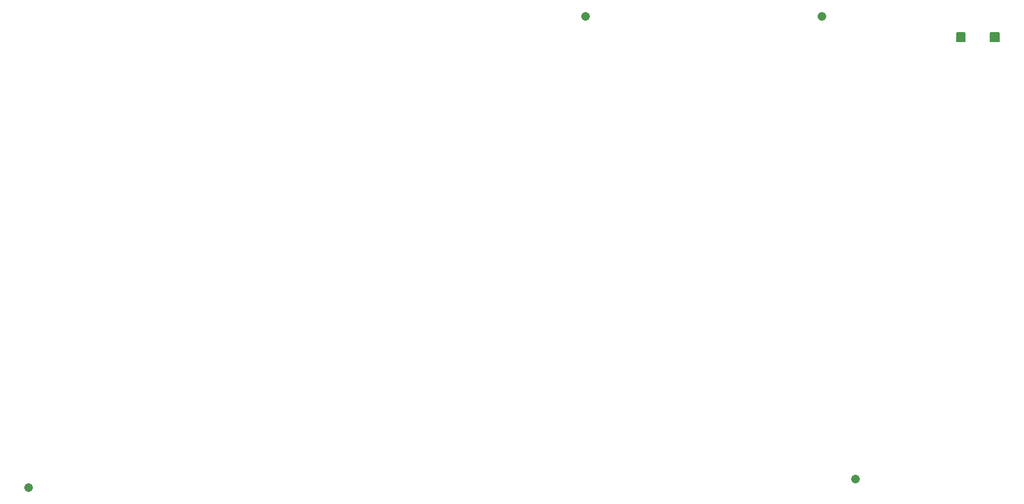
<source format=gbr>
G04 GENERATED BY PULSONIX 12.5 GERBER.DLL 9449*
G04 #@! TF.GenerationSoftware,Pulsonix,Pulsonix,12.5.9449*
G04 #@! TF.CreationDate,2024-10-04T20:16:51--1:00*
G04 #@! TF.Part,Single*
%FSLAX35Y35*%
%LPD*%
%MOMM*%
G04 #@! TF.FileFunction,Soldermask,Top*
G04 #@! TF.FilePolarity,Negative*
G04 #@! TA.AperFunction,Material*
%ADD102C,0.20000*%
G04 #@! TA.AperFunction,ViaPad*
%ADD103C,1.05400*%
G04 #@! TD.AperFunction*
X0Y0D02*
D02*
D102*
X15650000Y6350000D02*
X15750000D01*
Y6250000D01*
X15650000D01*
Y6350000D01*
G36*
X15650000Y6350000D02*
X15750000D01*
Y6250000D01*
X15650000D01*
Y6350000D01*
G37*
X16050000D02*
X16150000D01*
Y6250000D01*
X16050000D01*
Y6350000D01*
G36*
X16050000Y6350000D02*
X16150000D01*
Y6250000D01*
X16050000D01*
Y6350000D01*
G37*
D02*
D103*
X4650000Y950000D03*
X11250000Y6550000D03*
X14050000D03*
X14450000Y1050000D03*
X0Y0D02*
M02*

</source>
